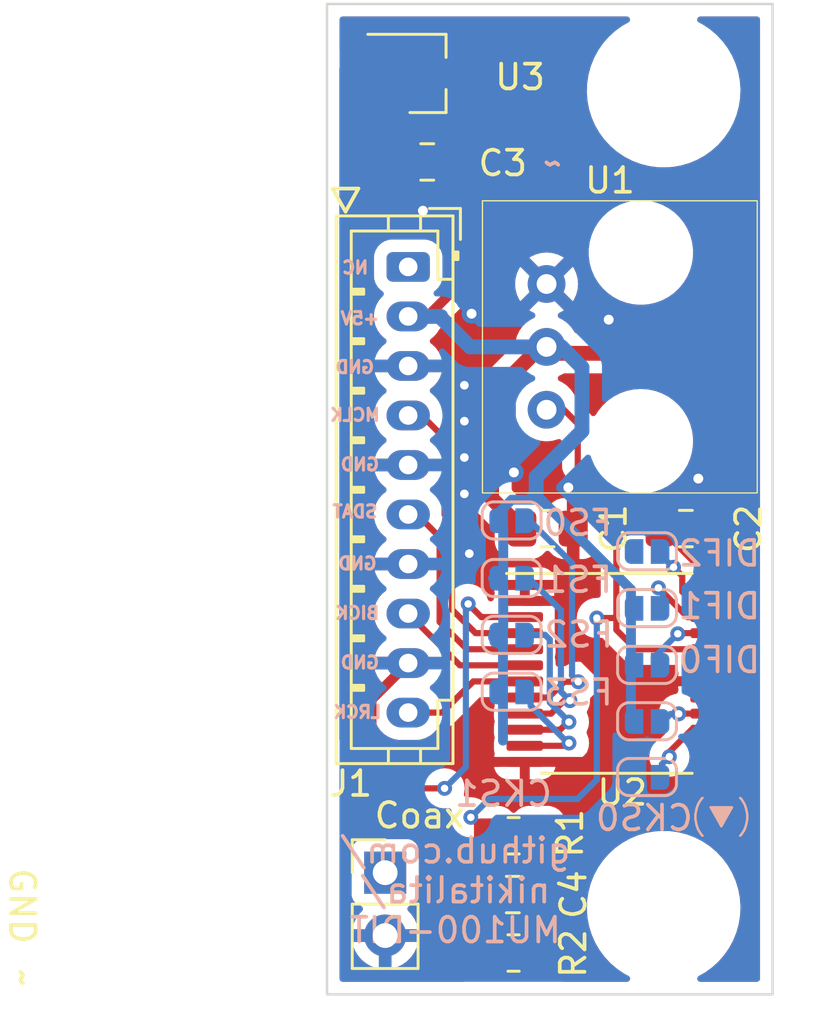
<source format=kicad_pcb>
(kicad_pcb (version 20211014) (generator pcbnew)
  (layers (0 "F.Cu" signal) (31 "B.Cu" signal) (34 "B.Paste" user) (35 "F.Paste" user) (36 "B.SilkS" user "B.Silkscreen") (37 "F.SilkS" user "F.Silkscreen") (38 "B.Mask" user) (39 "F.Mask" user) (44 "Edge.Cuts" user))
  (net 0 "")
  (net 1 "GND")
  (net 2 "+5V")
  (net 3 "/LRCK")
  (net 4 "/SDAT")
  (net 5 "/RESET")
  (net 6 "/MCLK")
  (net 7 "/FS0")
  (net 8 "/FS1")
  (net 9 "/FS2")
  (net 10 "/FS3")
  (net 11 "/TXP")
  (net 13 "/DIF0")
  (net 14 "/DIF1")
  (net 15 "/DIF2")
  (net 16 "/CKS0")
  (net 17 "/BICK")
  (net 20 "/CKS1")
  (net 23 "Net-(C4-Pad1)")
  (net 24 "Net-(C4-Pad2)")
  (footprint "Resistor_SMD:R_0805_2012Metric_Pad1.20x1.40mm_HandSolder" (layer "F.Cu") (at 85.2875 113.547)
    (fp_text reference "R1" (at 2.281428 -0.1 90) (layer "F.SilkS"))
    (fp_text value "330")
    (pad "1" smd roundrect (at -1 0) (size 1.2 1.4) (layers "F.Cu" "F.Paste" "F.Mask") (roundrect_rratio 0.2083333333) (net 11 "/TXP"))
    (pad "2" smd roundrect (at 1 0) (size 1.2 1.4) (layers "F.Cu" "F.Paste" "F.Mask") (roundrect_rratio 0.2083333333) (net 23 "Net-(C4-Pad1)"))
  )
  (footprint "Package_TO_SOT_SMD:SOT-23_Handsoldering" (layer "F.Cu") (at 81.8 82.75825)
    (fp_text reference "U3" (at 3.75 0.15 180) (layer "F.SilkS"))
    (fp_text value "APX809S-46SR-7")
    (pad "1" smd rect (at -1.5 -0.95) (size 1.9 0.8) (layers "F.Cu" "F.Paste" "F.Mask") (net 5 "/RESET"))
    (pad "2" smd rect (at -1.5 0.95) (size 1.9 0.8) (layers "F.Cu" "F.Paste" "F.Mask") (net 1 "GND"))
    (pad "3" smd rect (at 1.5 0) (size 1.9 0.8) (layers "F.Cu" "F.Paste" "F.Mask") (net 2 "+5V"))
  )
  (footprint "Connector_JST:JST_PH_B10B-PH-K_1x10_P2.00mm_Vertical" (layer "F.Cu") (at 81.03 90.572 -90)
    (fp_text reference "J1" (at 20.87 2.32 180) (layer "F.SilkS"))
    (fp_text value "Conn_01x10_Female")
    (pad "1" thru_hole roundrect (at 0 0 270) (size 1.2 1.75) (drill 0.75) (layers *.Cu *.Mask) (roundrect_rratio 0.2083333333))
    (pad "2" thru_hole oval (at 2 0 270) (size 1.2 1.75) (drill 0.75) (layers *.Cu *.Mask) (net 2 "+5V"))
    (pad "3" thru_hole oval (at 4 0 270) (size 1.2 1.75) (drill 0.75) (layers *.Cu *.Mask) (net 1 "GND"))
    (pad "4" thru_hole oval (at 6 0 270) (size 1.2 1.75) (drill 0.75) (layers *.Cu *.Mask) (net 6 "/MCLK"))
    (pad "5" thru_hole oval (at 8 0 270) (size 1.2 1.75) (drill 0.75) (layers *.Cu *.Mask) (net 1 "GND"))
    (pad "6" thru_hole oval (at 10 0 270) (size 1.2 1.75) (drill 0.75) (layers *.Cu *.Mask) (net 4 "/SDAT"))
    (pad "7" thru_hole oval (at 12 0 270) (size 1.2 1.75) (drill 0.75) (layers *.Cu *.Mask) (net 1 "GND"))
    (pad "8" thru_hole oval (at 14 0 270) (size 1.2 1.75) (drill 0.75) (layers *.Cu *.Mask) (net 17 "/BICK"))
    (pad "9" thru_hole oval (at 16 0 270) (size 1.2 1.75) (drill 0.75) (layers *.Cu *.Mask) (net 1 "GND"))
    (pad "10" thru_hole oval (at 18 0 270) (size 1.2 1.75) (drill 0.75) (layers *.Cu *.Mask) (net 3 "/LRCK"))
  )
  (footprint "Package_SO:TSSOP-24_6.1x7.8mm_P0.65mm" (layer "F.Cu") (at 89.452 106.988427)
    (fp_text reference "U2" (at 0.228 4.813573 180) (layer "F.SilkS"))
    (fp_text value "AK4103A")
    (pad "1" smd roundrect locked (at -3.7125 -3.575) (size 1.475 0.4) (layers "F.Cu" "F.Paste" "F.Mask") (net 1 "GND"))
    (pad "2" smd roundrect locked (at -3.7125 -2.925) (size 1.475 0.4) (layers "F.Cu" "F.Paste" "F.Mask") (net 1 "GND"))
    (pad "3" smd roundrect locked (at -3.7125 -2.275) (size 1.475 0.4) (layers "F.Cu" "F.Paste" "F.Mask") (net 5 "/RESET"))
    (pad "4" smd roundrect locked (at -3.7125 -1.625) (size 1.475 0.4) (layers "F.Cu" "F.Paste" "F.Mask") (net 6 "/MCLK"))
    (pad "5" smd roundrect locked (at -3.7125 -0.975) (size 1.475 0.4) (layers "F.Cu" "F.Paste" "F.Mask") (net 4 "/SDAT"))
    (pad "6" smd roundrect locked (at -3.7125 -0.325) (size 1.475 0.4) (layers "F.Cu" "F.Paste" "F.Mask") (net 17 "/BICK"))
    (pad "7" smd roundrect locked (at -3.7125 0.325) (size 1.475 0.4) (layers "F.Cu" "F.Paste" "F.Mask") (net 3 "/LRCK"))
    (pad "8" smd roundrect locked (at -3.7125 0.975) (size 1.475 0.4) (layers "F.Cu" "F.Paste" "F.Mask") (net 7 "/FS0"))
    (pad "9" smd roundrect locked (at -3.7125 1.625) (size 1.475 0.4) (layers "F.Cu" "F.Paste" "F.Mask") (net 8 "/FS1"))
    (pad "10" smd roundrect locked (at -3.7125 2.275) (size 1.475 0.4) (layers "F.Cu" "F.Paste" "F.Mask") (net 9 "/FS2"))
    (pad "11" smd roundrect locked (at -3.7125 2.925) (size 1.475 0.4) (layers "F.Cu" "F.Paste" "F.Mask") (net 10 "/FS3"))
    (pad "12" smd roundrect locked (at -3.7125 3.575) (size 1.475 0.4) (layers "F.Cu" "F.Paste" "F.Mask") (net 1 "GND"))
    (pad "13" smd roundrect locked (at 3.7125 3.575) (size 1.475 0.4) (layers "F.Cu" "F.Paste" "F.Mask"))
    (pad "14" smd roundrect locked (at 3.7125 2.925) (size 1.475 0.4) (layers "F.Cu" "F.Paste" "F.Mask"))
    (pad "15" smd roundrect locked (at 3.7125 2.275) (size 1.475 0.4) (layers "F.Cu" "F.Paste" "F.Mask") (net 16 "/CKS0"))
    (pad "16" smd roundrect locked (at 3.7125 1.625) (size 1.475 0.4) (layers "F.Cu" "F.Paste" "F.Mask") (net 20 "/CKS1"))
    (pad "17" smd roundrect locked (at 3.7125 0.975) (size 1.475 0.4) (layers "F.Cu" "F.Paste" "F.Mask") (net 2 "+5V"))
    (pad "18" smd roundrect locked (at 3.7125 0.325) (size 1.475 0.4) (layers "F.Cu" "F.Paste" "F.Mask") (net 1 "GND"))
    (pad "19" smd roundrect locked (at 3.7125 -0.325) (size 1.475 0.4) (layers "F.Cu" "F.Paste" "F.Mask"))
    (pad "20" smd roundrect locked (at 3.7125 -0.975) (size 1.475 0.4) (layers "F.Cu" "F.Paste" "F.Mask") (net 11 "/TXP"))
    (pad "21" smd roundrect locked (at 3.7125 -1.625) (size 1.475 0.4) (layers "F.Cu" "F.Paste" "F.Mask") (net 13 "/DIF0"))
    (pad "22" smd roundrect locked (at 3.7125 -2.275) (size 1.475 0.4) (layers "F.Cu" "F.Paste" "F.Mask") (net 14 "/DIF1"))
    (pad "23" smd roundrect locked (at 3.7125 -2.925) (size 1.475 0.4) (layers "F.Cu" "F.Paste" "F.Mask") (net 15 "/DIF2"))
    (pad "24" smd roundrect locked (at 3.7125 -3.575) (size 1.475 0.4) (layers "F.Cu" "F.Paste" "F.Mask"))
  )
  (footprint "MountingHole:MountingHole_3.2mm_M3_ISO7380" (layer "F.Cu") (at 91.35 83.452)
    (fp_text reference "H1" hide)
    (fp_text value "MountingHole_Pad")
    (pad "" np_thru_hole circle (at 0 0) (size 3.2 3.2) (drill 3.2) (layers *.Cu *.Mask))
  )
  (footprint "Capacitor_SMD:C_0805_2012Metric_Pad1.18x1.45mm_HandSolder" (layer "F.Cu") (at 85.2575 115.922 180)
    (fp_text reference "C4" (at -2.448572 0 90) (layer "F.SilkS"))
    (fp_text value "0.1uF")
    (pad "1" smd roundrect (at -1.0375 0 180) (size 1.175 1.45) (layers "F.Cu" "F.Paste" "F.Mask") (roundrect_rratio 0.2127659574) (net 23 "Net-(C4-Pad1)"))
    (pad "2" smd roundrect (at 1.0375 0 180) (size 1.175 1.45) (layers "F.Cu" "F.Paste" "F.Mask") (roundrect_rratio 0.2127659574) (net 24 "Net-(C4-Pad2)"))
  )
  (footprint "footprints:Toshiba_TOTX177" (layer "F.Cu") (at 88.99 89.982 -90)
    (fp_text reference "U1" (at -2.9 -0.19 180) (layer "F.SilkS"))
    (fp_text value "TOTX-177L")
    (pad "" np_thru_hole circle (at 0.01 -1.44 270) (size 3.2 3.2) (drill 3.2) (layers *.Cu *.Mask))
    (pad "" np_thru_hole circle (at 7.63 -1.44 270) (size 3.2 3.2) (drill 3.2) (layers *.Cu *.Mask))
    (pad "1" thru_hole circle (at 1.28 2.37 270) (size 1.524 1.524) (drill 0.8) (layers *.Cu *.Mask) (net 1 "GND"))
    (pad "2" thru_hole circle (at 3.82 2.37 270) (size 1.524 1.524) (drill 0.8) (layers *.Cu *.Mask) (net 2 "+5V"))
    (pad "3" thru_hole circle (at 6.36 2.37 270) (size 1.524 1.524) (drill 0.8) (layers *.Cu *.Mask) (net 11 "/TXP"))
  )
  (footprint "Capacitor_SMD:C_0805_2012Metric_Pad1.18x1.45mm_HandSolder" (layer "F.Cu") (at 92.246 101.14)
    (fp_text reference "C2" (at 2.534 0.012 90) (layer "F.SilkS"))
    (fp_text value "0.1uF")
    (pad "1" smd roundrect (at -1.0375 0) (size 1.175 1.45) (layers "F.Cu" "F.Paste" "F.Mask") (roundrect_rratio 0.2127659574) (net 1 "GND"))
    (pad "2" smd roundrect (at 1.0375 0) (size 1.175 1.45) (layers "F.Cu" "F.Paste" "F.Mask") (roundrect_rratio 0.2127659574) (net 2 "+5V"))
  )
  (footprint "Capacitor_SMD:C_0805_2012Metric_Pad1.18x1.45mm_HandSolder" (layer "F.Cu") (at 81.8 86.33325)
    (fp_text reference "C3" (at 3.05 0.05) (layer "F.SilkS"))
    (fp_text value "0.1uF")
    (pad "1" smd roundrect (at -1.0375 0) (size 1.175 1.45) (layers "F.Cu" "F.Paste" "F.Mask") (roundrect_rratio 0.2127659574) (net 1 "GND"))
    (pad "2" smd roundrect (at 1.0375 0) (size 1.175 1.45) (layers "F.Cu" "F.Paste" "F.Mask") (roundrect_rratio 0.2127659574) (net 2 "+5V"))
  )
  (footprint "Capacitor_SMD:C_0805_2012Metric_Pad1.18x1.45mm_HandSolder" (layer "F.Cu") (at 86.658 101.14 180)
    (fp_text reference "C1" (at -2.672 0 270) (layer "F.SilkS"))
    (fp_text value "0.1uF")
    (pad "1" smd roundrect (at -1.0375 0 180) (size 1.175 1.45) (layers "F.Cu" "F.Paste" "F.Mask") (roundrect_rratio 0.2127659574) (net 1 "GND"))
    (pad "2" smd roundrect (at 1.0375 0 180) (size 1.175 1.45) (layers "F.Cu" "F.Paste" "F.Mask") (roundrect_rratio 0.2127659574) (net 2 "+5V"))
  )
  (footprint "MountingHole:MountingHole_3.2mm_M3_ISO7380" (layer "F.Cu") (at 91.35 116.452)
    (fp_text reference "H2" hide)
    (fp_text value "MountingHole_Pad")
    (pad "" np_thru_hole circle (at 0 0) (size 3.2 3.2) (drill 3.2) (layers *.Cu *.Mask))
  )
  (footprint "Resistor_SMD:R_0805_2012Metric_Pad1.20x1.40mm_HandSolder" (layer "F.Cu") (at 85.2875 118.282)
    (fp_text reference "R2" (at 2.411428 0.02 90) (layer "F.SilkS"))
    (fp_text value "100")
    (pad "1" smd roundrect (at -1 0) (size 1.2 1.4) (layers "F.Cu" "F.Paste" "F.Mask") (roundrect_rratio 0.2083333333) (net 1 "GND"))
    (pad "2" smd roundrect (at 1 0) (size 1.2 1.4) (layers "F.Cu" "F.Paste" "F.Mask") (roundrect_rratio 0.2083333333) (net 23 "Net-(C4-Pad1)"))
  )
  (footprint "Connector_PinHeader_2.54mm:PinHeader_1x02_P2.54mm_Vertical" (layer "F.Cu") (at 80.1 115.037)
    (fp_text reference "J2" hide)
    (fp_text value "Conn_01x02_Male")
    (pad "1" thru_hole rect (at 0 0) (size 1.7 1.7) (drill 1) (layers *.Cu *.Mask) (net 24 "Net-(C4-Pad2)"))
    (pad "2" thru_hole oval (at 0 2.54) (size 1.7 1.7) (drill 1) (layers *.Cu *.Mask) (net 1 "GND"))
  )
  (footprint "footprints:SolderJumper-Open_RoundedPad-custom" (layer "B.Cu") (at 85.21 105.432)
    (fp_text reference "JP3" hide)
    (fp_text value "Jumper_NO_Small")
    (pad "1" smd custom (at -0.65 0.01) (size 0.5 0.5) (layers "B.Cu" "B.Mask") (net 2 "+5V") (options (clearance outline) (anchor rect)) (primitives (gr_circle (center 0 -0.25) (end 0.25 -0.25) (width 0) (fill yes)) (gr_circle (center 0 0.25) (end 0.25 0.25) (width 0) (fill yes)) (gr_poly (pts (xy 0.5 0.5) (xy 0 0.5) (xy 0 -0.5) (xy 0.5 -0.5)) (width 0) (fill yes))))
    (pad "2" smd custom (at 0.65 0.01 180) (size 0.5 0.5) (layers "B.Cu" "B.Mask") (net 9 "/FS2") (options (clearance outline) (anchor rect)) (primitives (gr_circle (center 0 -0.25) (end 0.25 -0.25) (width 0) (fill yes)) (gr_circle (center 0 0.25) (end 0.25 0.25) (width 0) (fill yes)) (gr_poly (pts (xy 0.5 0.5) (xy 0 0.5) (xy 0 -0.5) (xy 0.5 -0.5)) (width 0) (fill yes))))
  )
  (footprint "footprints:SolderJumper-Open_RoundedPad-custom" (layer "B.Cu") (at 90.68 108.922)
    (fp_text reference "JP9" hide)
    (fp_text value "Jumper_NO_Small")
    (pad "1" smd custom (at -0.65 0.01) (size 0.5 0.5) (layers "B.Cu" "B.Mask") (net 2 "+5V") (options (clearance outline) (anchor rect)) (primitives (gr_circle (center 0 -0.25) (end 0.25 -0.25) (width 0) (fill yes)) (gr_circle (center 0 0.25) (end 0.25 0.25) (width 0) (fill yes)) (gr_poly (pts (xy 0.5 0.5) (xy 0 0.5) (xy 0 -0.5) (xy 0.5 -0.5)) (width 0) (fill yes))))
    (pad "2" smd custom (at 0.65 0.01 180) (size 0.5 0.5) (layers "B.Cu" "B.Mask") (net 20 "/CKS1") (options (clearance outline) (anchor rect)) (primitives (gr_circle (center 0 -0.25) (end 0.25 -0.25) (width 0) (fill yes)) (gr_circle (center 0 0.25) (end 0.25 0.25) (width 0) (fill yes)) (gr_poly (pts (xy 0.5 0.5) (xy 0 0.5) (xy 0 -0.5) (xy 0.5 -0.5)) (width 0) (fill yes))))
  )
  (footprint "footprints:SolderJumper-Open_RoundedPad-custom" (layer "B.Cu") (at 85.21 103.137)
    (fp_text reference "JP2" hide)
    (fp_text value "Jumper_NO_Small")
    (pad "1" smd custom (at -0.65 0.01) (size 0.5 0.5) (layers "B.Cu" "B.Mask") (net 2 "+5V") (options (clearance outline) (anchor rect)) (primitives (gr_circle (center 0 -0.25) (end 0.25 -0.25) (width 0) (fill yes)) (gr_circle (center 0 0.25) (end 0.25 0.25) (width 0) (fill yes)) (gr_poly (pts (xy 0.5 0.5) (xy 0 0.5) (xy 0 -0.5) (xy 0.5 -0.5)) (width 0) (fill yes))))
    (pad "2" smd custom (at 0.65 0.01 180) (size 0.5 0.5) (layers "B.Cu" "B.Mask") (net 8 "/FS1") (options (clearance outline) (anchor rect)) (primitives (gr_circle (center 0 -0.25) (end 0.25 -0.25) (width 0) (fill yes)) (gr_circle (center 0 0.25) (end 0.25 0.25) (width 0) (fill yes)) (gr_poly (pts (xy 0.5 0.5) (xy 0 0.5) (xy 0 -0.5) (xy 0.5 -0.5)) (width 0) (fill yes))))
  )
  (footprint "footprints:SolderJumper-Open_RoundedPad-custom" (layer "B.Cu") (at 90.68 102.057)
    (fp_text reference "JP7" hide)
    (fp_text value "Jumper_NO_Small")
    (pad "1" smd custom (at -0.65 0.01) (size 0.5 0.5) (layers "B.Cu" "B.Mask") (net 2 "+5V") (options (clearance outline) (anchor rect)) (primitives (gr_circle (center 0 -0.25) (end 0.25 -0.25) (width 0) (fill yes)) (gr_circle (center 0 0.25) (end 0.25 0.25) (width 0) (fill yes)) (gr_poly (pts (xy 0.5 0.5) (xy 0 0.5) (xy 0 -0.5) (xy 0.5 -0.5)) (width 0) (fill yes))))
    (pad "2" smd custom (at 0.65 0.01 180) (size 0.5 0.5) (layers "B.Cu" "B.Mask") (net 15 "/DIF2") (options (clearance outline) (anchor rect)) (primitives (gr_circle (center 0 -0.25) (end 0.25 -0.25) (width 0) (fill yes)) (gr_circle (center 0 0.25) (end 0.25 0.25) (width 0) (fill yes)) (gr_poly (pts (xy 0.5 0.5) (xy 0 0.5) (xy 0 -0.5) (xy 0.5 -0.5)) (width 0) (fill yes))))
  )
  (footprint "footprints:SolderJumper-Open_RoundedPad-custom" (layer "B.Cu") (at 85.21 100.812)
    (fp_text reference "JP1" hide)
    (fp_text value "Jumper_NO_Small")
    (pad "1" smd custom (at -0.65 0.01) (size 0.5 0.5) (layers "B.Cu" "B.Mask") (net 2 "+5V") (options (clearance outline) (anchor rect)) (primitives (gr_circle (center 0 -0.25) (end 0.25 -0.25) (width 0) (fill yes)) (gr_circle (center 0 0.25) (end 0.25 0.25) (width 0) (fill yes)) (gr_poly (pts (xy 0.5 0.5) (xy 0 0.5) (xy 0 -0.5) (xy 0.5 -0.5)) (width 0) (fill yes))))
    (pad "2" smd custom (at 0.65 0.01 180) (size 0.5 0.5) (layers "B.Cu" "B.Mask") (net 7 "/FS0") (options (clearance outline) (anchor rect)) (primitives (gr_circle (center 0 -0.25) (end 0.25 -0.25) (width 0) (fill yes)) (gr_circle (center 0 0.25) (end 0.25 0.25) (width 0) (fill yes)) (gr_poly (pts (xy 0.5 0.5) (xy 0 0.5) (xy 0 -0.5) (xy 0.5 -0.5)) (width 0) (fill yes))))
  )
  (footprint "footprints:SolderJumper-Open_RoundedPad-custom" (layer "B.Cu") (at 90.68 104.352)
    (fp_text reference "JP6" hide)
    (fp_text value "Jumper_NO_Small")
    (pad "1" smd custom (at -0.65 0.01) (size 0.5 0.5) (layers "B.Cu" "B.Mask") (net 2 "+5V") (options (clearance outline) (anchor rect)) (primitives (gr_circle (center 0 -0.25) (end 0.25 -0.25) (width 0) (fill yes)) (gr_circle (center 0 0.25) (end 0.25 0.25) (width 0) (fill yes)) (gr_poly (pts (xy 0.5 0.5) (xy 0 0.5) (xy 0 -0.5) (xy 0.5 -0.5)) (width 0) (fill yes))))
    (pad "2" smd custom (at 0.65 0.01 180) (size 0.5 0.5) (layers "B.Cu" "B.Mask") (net 14 "/DIF1") (options (clearance outline) (anchor rect)) (primitives (gr_circle (center 0 -0.25) (end 0.25 -0.25) (width 0) (fill yes)) (gr_circle (center 0 0.25) (end 0.25 0.25) (width 0) (fill yes)) (gr_poly (pts (xy 0.5 0.5) (xy 0 0.5) (xy 0 -0.5) (xy 0.5 -0.5)) (width 0) (fill yes))))
  )
  (footprint "footprints:SolderJumper-Open_RoundedPad-custom" (layer "B.Cu") (at 90.68 111.1744)
    (fp_text reference "JP8" hide)
    (fp_text value "Jumper_NO_Small")
    (pad "1" smd custom (at -0.65 0.01) (size 0.5 0.5) (layers "B.Cu" "B.Mask") (net 1 "GND") (options (clearance outline) (anchor rect)) (primitives (gr_circle (center 0 -0.25) (end 0.25 -0.25) (width 0) (fill yes)) (gr_circle (center 0 0.25) (end 0.25 0.25) (width 0) (fill yes)) (gr_poly (pts (xy 0.5 0.5) (xy 0 0.5) (xy 0 -0.5) (xy 0.5 -0.5)) (width 0) (fill yes))))
    (pad "2" smd custom (at 0.65 0.01 180) (size 0.5 0.5) (layers "B.Cu" "B.Mask") (net 16 "/CKS0") (options (clearance outline) (anchor rect)) (primitives (gr_circle (center 0 -0.25) (end 0.25 -0.25) (width 0) (fill yes)) (gr_circle (center 0 0.25) (end 0.25 0.25) (width 0) (fill yes)) (gr_poly (pts (xy 0.5 0.5) (xy 0 0.5) (xy 0 -0.5) (xy 0.5 -0.5)) (width 0) (fill yes))))
  )
  (footprint "footprints:SolderJumper-Open_RoundedPad-custom" (layer "B.Cu") (at 90.68 106.647)
    (fp_text reference "JP5" hide)
    (fp_text value "Jumper_NO_Small")
    (pad "1" smd custom (at -0.65 0.01) (size 0.5 0.5) (layers "B.Cu" "B.Mask") (net 2 "+5V") (options (clearance outline) (anchor rect)) (primitives (gr_circle (center 0 -0.25) (end 0.25 -0.25) (width 0) (fill yes)) (gr_circle (center 0 0.25) (end 0.25 0.25) (width 0) (fill yes)) (gr_poly (pts (xy 0.5 0.5) (xy 0 0.5) (xy 0 -0.5) (xy 0.5 -0.5)) (width 0) (fill yes))))
    (pad "2" smd custom (at 0.65 0.01 180) (size 0.5 0.5) (layers "B.Cu" "B.Mask") (net 13 "/DIF0") (options (clearance outline) (anchor rect)) (primitives (gr_circle (center 0 -0.25) (end 0.25 -0.25) (width 0) (fill yes)) (gr_circle (center 0 0.25) (end 0.25 0.25) (width 0) (fill yes)) (gr_poly (pts (xy 0.5 0.5) (xy 0 0.5) (xy 0 -0.5) (xy 0.5 -0.5)) (width 0) (fill yes))))
  )
  (footprint "footprints:SolderJumper-Open_RoundedPad-custom" (layer "B.Cu") (at 85.21 107.727)
    (fp_text reference "JP4" hide)
    (fp_text value "Jumper_NO_Small")
    (pad "1" smd custom (at -0.65 0.01) (size 0.5 0.5) (layers "B.Cu" "B.Mask") (net 2 "+5V") (options (clearance outline) (anchor rect)) (primitives (gr_circle (center 0 -0.25) (end 0.25 -0.25) (width 0) (fill yes)) (gr_circle (center 0 0.25) (end 0.25 0.25) (width 0) (fill yes)) (gr_poly (pts (xy 0.5 0.5) (xy 0 0.5) (xy 0 -0.5) (xy 0.5 -0.5)) (width 0) (fill yes))))
    (pad "2" smd custom (at 0.65 0.01 180) (size 0.5 0.5) (layers "B.Cu" "B.Mask") (net 10 "/FS3") (options (clearance outline) (anchor rect)) (primitives (gr_circle (center 0 -0.25) (end 0.25 -0.25) (width 0) (fill yes)) (gr_circle (center 0 0.25) (end 0.25 0.25) (width 0) (fill yes)) (gr_poly (pts (xy 0.5 0.5) (xy 0 0.5) (xy 0 -0.5) (xy 0.5 -0.5)) (width 0) (fill yes))))
  )
  (gr_line (start 79.02 87.407) (end 78.5 88.337) (layer "F.SilkS") (width 0.15))
  (gr_line (start 79.02 87.407) (end 77.98 87.407) (layer "F.SilkS") (width 0.15))
  (gr_line (start 77.98 87.412) (end 78.5 88.342) (layer "F.SilkS") (width 0.15))
  (gr_rect (start 77.75 79.952) (end 95.75 119.952) (layer "Edge.Cuts") (width 0.1) (fill none))
  (gr_text "GND" (at 78.88 94.622) (layer "B.SilkS") (effects (font (size 0.5 0.5)) (justify mirror)))
  (gr_text "GND" (at 79.08 106.552) (layer "B.SilkS") (effects (font (size 0.5 0.5)) (justify mirror)))
  (gr_text "LRCK" (at 78.98 108.552) (layer "B.SilkS") (effects (font (size 0.5 0.5)) (justify mirror)))
  (gr_text "CKS0" (at 90.57 112.832) (layer "B.SilkS") (effects (font (size 1 1)) (justify mirror)))
  (gr_text "(▼)" (at 93.68 112.7044) (layer "B.SilkS") (effects (font (size 1 1) (thickness 0.1)) (justify mirror)))
  (gr_text "DIF0" (at 93.599524 106.452) (layer "B.SilkS") (effects (font (size 1 1)) (justify mirror)))
  (gr_text "DIF2" (at 93.599524 102.147) (layer "B.SilkS") (effects (font (size 1 1)) (justify mirror)))
  (gr_text "~" (at 86.83 86.372) (layer "B.SilkS") (effects (font (size 1 1)) (justify mirror)))
  (gr_text "MCLK" (at 78.88 96.552) (layer "B.SilkS") (effects (font (size 0.5 0.5)) (justify mirror)))
  (gr_text "BICK" (at 78.98 104.552) (layer "B.SilkS") (effects (font (size 0.5 0.5)) (justify mirror)))
  (gr_text "GND" (at 78.98 102.552) (layer "B.SilkS") (effects (font (size 0.5 0.5)) (justify mirror)))
  (gr_text "FS2" (at 87.92 105.422) (layer "B.SilkS") (effects (font (size 1 1)) (justify mirror)))
  (gr_text "GND" (at 79.08 98.552) (layer "B.SilkS") (effects (font (size 0.5 0.5)) (justify mirror)))
  (gr_text "github.com/\nnikitalita/\nMU100-DIT" (at 82.93 115.752) (layer "B.SilkS") (effects (font (size 1 1)) (justify mirror)))
  (gr_text "FS0" (at 87.88 100.912) (layer "B.SilkS") (effects (font (size 1 1)) (justify mirror)))
  (gr_text "SDAT" (at 78.88 100.452) (layer "B.SilkS") (effects (font (size 0.5 0.5)) (justify mirror)))
  (gr_text "+5V" (at 79.08 92.652) (layer "B.SilkS") (effects (font (size 0.5 0.5)) (justify mirror)))
  (gr_text "NC" (at 78.89 90.6) (layer "B.SilkS") (effects (font (size 0.5 0.5) (thickness 0.125)) (justify mirror)))
  (gr_text "DIF1" (at 93.599524 104.277) (layer "B.SilkS") (effects (font (size 1 1)) (justify mirror)))
  (gr_text "FS3" (at 87.91 107.762) (layer "B.SilkS") (effects (font (size 1 1)) (justify mirror)))
  (gr_text "CKS1" (at 84.88 111.852) (layer "B.SilkS") (effects (font (size 1 1)) (justify mirror)))
  (gr_text "FS1" (at 87.88 103.212) (layer "B.SilkS") (effects (font (size 1 1)) (justify mirror)))
  (gr_text " ~" (at 65.388928 119.637 90) (layer "F.SilkS") (effects (font (size 1 1))))
  (gr_text "Coax\n" (at 81.488928 112.727) (layer "F.SilkS") (effects (font (size 1 1))))
  (gr_text "GND" (at 65.438928 116.387 270) (layer "F.SilkS") (effects (font (size 1 1))))
  (segment (start 83.3126 100.10861) (end 83.3126 99.7132) (width 0.6) (layer "F.Cu") (net 1))
  (segment (start 82.55 94.572) (end 83.3 95.322) (width 0.6) (layer "F.Cu") (net 1))
  (segment (start 87.15 104.222) (end 87.15 105.3895) (width 0.4) (layer "F.Cu") (net 1))
  (segment (start 83.3 95.352) (end 83.3 99.7386) (width 0.6) (layer "F.Cu") (net 1))
  (segment (start 88.91 107.1495) (end 88.91 108.052) (width 0.4) (layer "F.Cu") (net 1))
  (segment (start 94.32548 107.09652) (end 94.32548 103.00248) (width 0.4) (layer "F.Cu") (net 1))
  (segment (start 86.991427 104.063427) (end 87.13 104.202) (width 0.4) (layer "F.Cu") (net 1))
  (segment (start 93.1645 107.313427) (end 94.108573 107.313427) (width 0.4) (layer "F.Cu") (net 1))
  (segment (start 88.118573 110.563427) (end 85.7395 110.563427) (width 0.4) (layer "F.Cu") (net 1))
  (segment (start 85.7395 103.413427) (end 87.13 103.413427) (width 0.4) (layer "F.Cu") (net 1))
  (segment (start 89.94 108.78) (end 89.94 108.162) (width 0.4) (layer "F.Cu") (net 1))
  (segment (start 83.49902 102.152) (end 83.49902 102.43962) (width 0.6) (layer "F.Cu") (net 1))
  (segment (start 90.798573 107.303427) (end 92.6755 107.303427) (width 0.4) (layer "F.Cu") (net 1))
  (segment (start 83.49902 102.152) (end 83.49902 100.29503) (width 0.6) (layer "F.Cu") (net 1))
  (segment (start 88.156573 110.563427) (end 89.94 108.78) (width 0.4) (layer "F.Cu") (net 1))
  (segment (start 84.316427 110.563427) (end 83.655 109.902) (width 0.4) (layer "F.Cu") (net 1))
  (segment (start 81.03 94.572) (end 82.55 94.572) (width 0.4) (layer "F.Cu") (net 1))
  (segment (start 84.472827 103.413427) (end 85.7395 103.413427) (width 0.4) (layer "F.Cu") (net 1))
  (segment (start 94.32548 103.00248) (end 93.775 102.452) (width 0.4) (layer "F.Cu") (net 1))
  (segment (start 94.108573 107.313427) (end 94.32548 107.09652) (width 0.4) (layer "F.Cu") (net 1))
  (segment (start 85.7395 104.063427) (end 86.991427 104.063427) (width 0.4) (layer "F.Cu") (net 1))
  (segment (start 92.64 102.452) (end 91.328 101.14) (width 0.4) (layer "F.Cu") (net 1))
  (segment (start 80.16 109.902) (end 79.55 109.292) (width 0.4) (layer "F.Cu") (net 1))
  (segment (start 83.655 109.902) (end 80.16 109.902) (width 0.4) (layer "F.Cu") (net 1))
  (segment (start 83.49902 102.43962) (end 84.1 103.0406) (width 0.6) (layer "F.Cu") (net 1))
  (segment (start 79.55 108.052) (end 81.03 106.572) (width 0.4) (layer "F.Cu") (net 1))
  (segment (start 87.15 105.3895) (end 88.91 107.1495) (width 0.4) (layer "F.Cu") (net 1))
  (segment (start 91.328 101.14) (end 91.2085 101.14) (width 0.4) (layer "F.Cu") (net 1))
  (segment (start 85.7395 110.563427) (end 84.316427 110.563427) (width 0.4) (layer "F.Cu") (net 1))
  (segment (start 83.49902 100.29503) (end 83.3126 100.10861) (width 0.6) (layer "F.Cu") (net 1))
  (segment (start 93.775 102.452) (end 92.64 102.452) (width 0.4) (layer "F.Cu") (net 1))
  (segment (start 83.3 95.322) (end 83.3 95.352) (width 0.6) (layer "F.Cu") (net 1))
  (segment (start 87.13 103.413427) (end 87.13 104.202) (width 0.4) (layer "F.Cu") (net 1))
  (segment (start 89.94 108.162) (end 90.798573 107.303427) (width 0.4) (layer "F.Cu") (net 1))
  (segment (start 79.55 109.292) (end 79.55 108.052) (width 0.4) (layer "F.Cu") (net 1))
  (segment (start 87.13 104.202) (end 87.15 104.222) (width 0.4) (layer "F.Cu") (net 1))
  (segment (start 84.1 103.0406) (end 84.472827 103.413427) (width 0.4) (layer "F.Cu") (net 1))
  (via (at 81.625 88.302) (size 0.8) (drill 0.4) (layers "F.Cu" "B.Cu") (net 1))
  (via (at 87.5 99.482) (size 0.8) (drill 0.4) (layers "F.Cu" "B.Cu") (net 1))
  (via (at 83.3 96.8026) (size 0.75) (drill 0.35) (layers "F.Cu" "B.Cu") (net 1))
  (via (at 83.49902 102.152) (size 0.75) (drill 0.35) (layers "F.Cu" "B.Cu") (net 1))
  (via (at 92.75 99.122) (size 0.8) (drill 0.4) (layers "F.Cu" "B.Cu") (net 1))
  (via (at 83.3 99.7386) (size 0.75) (drill 0.35) (layers "F.Cu" "B.Cu") (net 1))
  (via (at 83.59 92.462) (size 0.8) (drill 0.4) (layers "F.Cu" "B.Cu") (net 1))
  (via (at 83.3 95.352) (size 0.75) (drill 0.35) (layers "F.Cu" "B.Cu") (net 1))
  (via (at 83.3 98.2706) (size 0.75) (drill 0.35) (layers "F.Cu" "B.Cu") (net 1))
  (via (at 85.3 98.872) (size 0.8) (drill 0.4) (layers "F.Cu" "B.Cu") (net 1))
  (via (at 89.13 92.702) (size 0.8) (drill 0.4) (layers "F.Cu" "B.Cu") (net 1))
  (segment (start 86.79 91.262) (end 86.62 91.262) (width 0.25) (layer "B.Cu") (net 1))
  (segment (start 94.42 107.952) (end 94.92 108.452) (width 0.4) (layer "F.Cu") (net 2))
  (segment (start 94.09 95.462) (end 92.69 94.062) (width 0.6) (layer "F.Cu") (net 2))
  (segment (start 83.125 91.252) (end 81.805 92.572) (width 0.4) (layer "F.Cu") (net 2))
  (segment (start 86.37 93.802) (end 85.075 95.097) (width 0.6) (layer "F.Cu") (net 2))
  (segment (start 94.93 107.582) (end 94.94 107.572) (width 0.4) (layer "F.Cu") (net 2))
  (segment (start 94.09 100.312) (end 94.09 95.462) (width 0.6) (layer "F.Cu") (net 2))
  (segment (start 83.025 83.03325) (end 83.025 86.02075) (width 0.4) (layer "F.Cu") (net 2))
  (segment (start 83.025 86.02075) (end 82.8375 86.20825) (width 0.4) (layer "F.Cu") (net 2))
  (segment (start 93.758 101.14) (end 93.0295 101.14) (width 0.5) (layer "F.Cu") (net 2))
  (segment (start 94.068573 107.963427) (end 94.318573 107.963427) (width 0.4) (layer "F.Cu") (net 2))
  (segment (start 84.400489 99.919989) (end 85.6205 101.14) (width 0.6) (layer "F.Cu") (net 2))
  (segment (start 94.99 107.562) (end 94.99 102.372) (width 0.5) (layer "F.Cu") (net 2))
  (segment (start 85.075 97.824898) (end 84.400489 98.499409) (width 0.6) (layer "F.Cu") (net 2))
  (segment (start 94.93 108.522) (end 94.93 107.582) (width 0.4) (layer "F.Cu") (net 2))
  (segment (start 86.371 93.802) (end 86.37 93.802) (width 0.6) (layer "F.Cu") (net 2))
  (segment (start 83.3 82.75825) (end 83.025 83.03325) (width 0.4) (layer "F.Cu") (net 2))
  (segment (start 82.8375 86.33325) (end 83.125 86.62075) (width 0.4) (layer "F.Cu") (net 2))
  (segment (start 94.99 102.372) (end 93.758 101.14) (width 0.5) (layer "F.Cu") (net 2))
  (segment (start 84.400489 98.499409) (end 84.400489 99.919989) (width 0.6) (layer "F.Cu") (net 2))
  (segment (start 93.516 100.886) (end 94.09 100.312) (width 0.6) (layer "F.Cu") (net 2))
  (segment (start 83.125 86.62075) (end 83.125 91.252) (width 0.4) (layer "F.Cu") (net 2))
  (segment (start 85.075 95.097) (end 85.075 97.824898) (width 0.6) (layer "F.Cu") (net 2))
  (segment (start 94.54 108.012) (end 94.99 107.562) (width 0.5) (layer "F.Cu") (net 2))
  (segment (start 94.318573 107.963427) (end 93.1645 107.963427) (width 0.4) (layer "F.Cu") (net 2))
  (segment (start 92.69 94.062) (end 86.88 94.062) (width 0.6) (layer "F.Cu") (net 2))
  (segment (start 81.805 92.572) (end 81.03 92.572) (width 0.4) (layer "F.Cu") (net 2))
  (segment (start 86.88 94.062) (end 86.62 93.802) (width 0.6) (layer "F.Cu") (net 2))
  (segment (start 86.199511 99.052489) (end 86.199511 99.777489) (width 0.6) (layer "B.Cu") (net 2))
  (segment (start 90.03 106.657) (end 90.03 108.932) (width 0.4) (layer "B.Cu") (net 2))
  (segment (start 81.03 92.572) (end 82.35 92.572) (width 0.6) (layer "B.Cu") (net 2))
  (segment (start 84.86 109.7045) (end 84.86 105.842) (width 0.4) (layer "B.Cu") (net 2))
  (segment (start 88.05 94.627) (end 88.05 97.202) (width 0.6) (layer "B.Cu") (net 2))
  (segment (start 84.87 101.132) (end 84.56 100.822) (width 0.4) (layer "B.Cu") (net 2))
  (segment (start 86.40048 99.97248) (end 90.03 103.602) (width 0.4) (layer "B.Cu") (net 2))
  (segment (start 83.53 93.802) (end 86.62 93.802) (width 0.6) (layer "B.Cu") (net 2))
  (segment (start 87.225 93.802) (end 88.05 94.627) (width 0.6) (layer "B.Cu") (net 2))
  (segment (start 84.87 105.132) (end 84.87 103.457) (width 0.4) (layer "B.Cu") (net 2))
  (segment (start 90.03 103.602) (end 90.03 106.657) (width 0.4) (layer "B.Cu") (net 2))
  (segment (start 84.56 100.822) (end 84.56 100.627704) (width 0.4) (layer "B.Cu") (net 2))
  (segment (start 84.46 103.147) (end 84.77 102.837) (width 0.4) (layer "B.Cu") (net 2))
  (segment (start 84.46 105.442) (end 84.77 105.132) (width 0.4) (layer "B.Cu") (net 2))
  (segment (start 86.199511 99.777489) (end 86.1 99.877) (width 0.6) (layer "B.Cu") (net 2))
  (segment (start 85.215224 99.97248) (end 86.40048 99.97248) (width 0.4) (layer "B.Cu") (net 2))
  (segment (start 84.87 102.837) (end 84.87 101.132) (width 0.4) (layer "B.Cu") (net 2))
  (segment (start 84.56 100.627704) (end 85.215224 99.97248) (width 0.4) (layer "B.Cu") (net 2))
  (segment (start 84.77 103.457) (end 84.46 103.147) (width 0.4) (layer "B.Cu") (net 2))
  (segment (start 88.05 97.202) (end 86.199511 99.052489) (width 0.6) (layer "B.Cu") (net 2))
  (segment (start 82.3 92.572) (end 83.53 93.802) (width 0.6) (layer "B.Cu") (net 2))
  (segment (start 86.62 93.802) (end 87.225 93.802) (width 0.6) (layer "B.Cu") (net 2))
  (segment (start 84.76 105.842) (end 84.46 105.542) (width 0.4) (layer "B.Cu") (net 2))
  (segment (start 83.660357 107.313427) (end 82.401784 108.572) (width 0.25) (layer "F.Cu") (net 3))
  (segment (start 85.7395 107.313427) (end 83.660357 107.313427) (width 0.25) (layer "F.Cu") (net 3))
  (segment (start 82.401784 108.572) (end 81.03 108.572) (width 0.25) (layer "F.Cu") (net 3))
  (segment (start 82.3 104.91) (end 83.403427 106.013427) (width 0.25) (layer "F.Cu") (net 4))
  (segment (start 81.39 100.572) (end 82.3 101.482) (width 0.25) (layer "F.Cu") (net 4))
  (segment (start 83.403427 106.013427) (end 85.7395 106.013427) (width 0.25) (layer "F.Cu") (net 4))
  (segment (start 82.3 101.482) (end 82.3 104.91) (width 0.25) (layer "F.Cu") (net 4))
  (segment (start 81.03 100.572) (end 81.39 100.572) (width 0.25) (layer "F.Cu") (net 4))
  (segment (start 83.453599 104.182421) (end 83.984605 104.713427) (width 0.25) (layer "F.Cu") (net 5))
  (segment (start 78.37452 82.58748) (end 78.39 82.572) (width 0.25) (layer "F.Cu") (net 5))
  (segment (start 78.37452 109.61652) (end 78.37452 82.58748) (width 0.25) (layer "F.Cu") (net 5))
  (segment (start 80.8 81.80825) (end 80.3 81.80825) (width 0.25) (layer "F.Cu") (net 5))
  (segment (start 78.98625 82.572) (end 79.75 81.80825) (width 0.25) (layer "F.Cu") (net 5))
  (segment (start 78.39 82.572) (end 78.98625 82.572) (width 0.25) (layer "F.Cu") (net 5))
  (segment (start 82.5 111.632) (end 80.39 111.632) (width 0.25) (layer "F.Cu") (net 5))
  (segment (start 80.39 111.632) (end 78.37452 109.61652) (width 0.25) (layer "F.Cu") (net 5))
  (segment (start 83.984605 104.713427) (end 85.7395 104.713427) (width 0.25) (layer "F.Cu") (net 5))
  (segment (start 79.75 81.80825) (end 80.3 81.80825) (width 0.25) (layer "F.Cu") (net 5))
  (via (at 83.453599 104.182421) (size 0.6) (drill 0.3) (layers "F.Cu" "B.Cu") (net 5))
  (via (at 82.5 111.632) (size 0.6) (drill 0.3) (layers "F.Cu" "B.Cu") (net 5))
  (segment (start 82.5 111.632) (end 83.36 110.772) (width 0.25) (layer "B.Cu") (net 5))
  (segment (start 83.36 110.772) (end 83.36 104.27602) (width 0.25) (layer "B.Cu") (net 5))
  (segment (start 83.36 104.27602) (end 83.453599 104.182421) (width 0.25) (layer "B.Cu") (net 5))
  (segment (start 81.03 96.572) (end 81.58 96.572) (width 0.25) (layer "F.Cu") (net 6))
  (segment (start 82.79952 100.87152) (end 82.79952 104.41152) (width 0.25) (layer "F.Cu") (net 6))
  (segment (start 82.4998 100.5718) (end 82.79952 100.87152) (width 0.25) (layer "F.Cu") (net 6))
  (segment (start 82.4998 97.4918) (end 82.4998 100.5718) (width 0.25) (layer "F.Cu") (net 6))
  (segment (start 81.58 96.572) (end 82.4998 97.4918) (width 0.25) (layer "F.Cu") (net 6))
  (segment (start 82.79952 104.41152) (end 83.751427 105.363427) (width 0.25) (layer "F.Cu") (net 6))
  (segment (start 83.751427 105.363427) (end 85.7395 105.363427) (width 0.25) (layer "F.Cu") (net 6))
  (segment (start 87.9 107.327) (end 87.336089 107.327) (width 0.25) (layer "F.Cu") (net 7))
  (segment (start 86.699662 107.963427) (end 85.7395 107.963427) (width 0.25) (layer "F.Cu") (net 7))
  (segment (start 87.336089 107.327) (end 86.699662 107.963427) (width 0.25) (layer "F.Cu") (net 7))
  (via (at 87.9 107.327) (size 0.6) (drill 0.3) (layers "F.Cu" "B.Cu") (net 7))
  (segment (start 87.9 107.327) (end 87.64904 107.07604) (width 0.25) (layer "B.Cu") (net 7))
  (segment (start 87.64904 102.53354) (end 85.9275 100.812) (width 0.25) (layer "B.Cu") (net 7))
  (segment (start 87.64904 107.07604) (end 87.64904 102.53354) (width 0.25) (layer "B.Cu") (net 7))
  (segment (start 87.562181 108.089819) (end 87.328988 108.089819) (width 0.25) (layer "F.Cu") (net 8))
  (segment (start 86.80538 108.613427) (end 85.7395 108.613427) (width 0.25) (layer "F.Cu") (net 8))
  (segment (start 87.328988 108.089819) (end 86.80538 108.613427) (width 0.25) (layer "F.Cu") (net 8))
  (via (at 87.562181 108.089819) (size 0.6) (drill 0.3) (layers "F.Cu" "B.Cu") (net 8))
  (segment (start 87.19952 107.727158) (end 87.19952 104.43902) (width 0.25) (layer "B.Cu") (net 8))
  (segment (start 87.562181 108.089819) (end 87.19952 107.727158) (width 0.25) (layer "B.Cu") (net 8))
  (segment (start 87.19952 104.43902) (end 85.8975 103.137) (width 0.25) (layer "B.Cu") (net 8))
  (segment (start 87.478125 108.953875) (end 87.168573 109.263427) (width 0.25) (layer "F.Cu") (net 9))
  (segment (start 87.523125 108.953875) (end 87.478125 108.953875) (width 0.25) (layer "F.Cu") (net 9))
  (segment (start 87.168573 109.263427) (end 85.7395 109.263427) (width 0.25) (layer "F.Cu") (net 9))
  (via (at 87.523125 108.953875) (size 0.6) (drill 0.3) (layers "F.Cu" "B.Cu") (net 9))
  (segment (start 86.75 105.622) (end 86.56 105.432) (width 0.25) (layer "B.Cu") (net 9))
  (segment (start 86.75 108.160815) (end 86.75 105.622) (width 0.25) (layer "B.Cu") (net 9))
  (segment (start 87.523125 108.93394) (end 86.75 108.160815) (width 0.25) (layer "B.Cu") (net 9))
  (segment (start 86.56 105.432) (end 86.0075 105.432) (width 0.25) (layer "B.Cu") (net 9))
  (segment (start 87.523125 108.953875) (end 87.523125 108.93394) (width 0.25) (layer "B.Cu") (net 9))
  (segment (start 87.525 109.802) (end 87.413573 109.913427) (width 0.25) (layer "F.Cu") (net 10))
  (segment (start 87.413573 109.913427) (end 85.7395 109.913427) (width 0.25) (layer "F.Cu") (net 10))
  (via (at 87.525 109.802) (size 0.6) (drill 0.3) (layers "F.Cu" "B.Cu") (net 10))
  (segment (start 87.525 109.802) (end 87.488057 109.802) (width 0.25) (layer "B.Cu") (net 10))
  (segment (start 87.488057 109.802) (end 85.9775 108.291443) (width 0.25) (layer "B.Cu") (net 10))
  (segment (start 85.9775 108.291443) (end 85.9775 107.727) (width 0.25) (layer "B.Cu") (net 10))
  (segment (start 87.88 96.902) (end 87.88 98.602) (width 0.25) (layer "F.Cu") (net 11))
  (segment (start 84.2875 113.5295) (end 84.2875 113.547) (width 0.25) (layer "F.Cu") (net 11))
  (segment (start 89.44 105.231) (end 90.222427 106.013427) (width 0.25) (layer "F.Cu") (net 11))
  (segment (start 87.88 98.602) (end 89.44 100.162) (width 0.25) (layer "F.Cu") (net 11))
  (segment (start 86.62 96.342) (end 87.32 96.342) (width 0.25) (layer "F.Cu") (net 11))
  (segment (start 83.56 112.802) (end 84.2875 113.5295) (width 0.25) (layer "F.Cu") (net 11))
  (segment (start 88.65 104.752) (end 89.35 104.752) (width 0.25) (layer "F.Cu") (net 11))
  (segment (start 90.222427 106.013427) (end 93.1645 106.013427) (width 0.25) (layer "F.Cu") (net 11))
  (segment (start 89.44 104.662) (end 89.44 105.231) (width 0.25) (layer "F.Cu") (net 11))
  (segment (start 89.35 104.752) (end 89.44 104.662) (width 0.25) (layer "F.Cu") (net 11))
  (segment (start 87.32 96.342) (end 87.88 96.902) (width 0.25) (layer "F.Cu") (net 11))
  (segment (start 89.44 100.162) (end 89.44 104.662) (width 0.25) (layer "F.Cu") (net 11))
  (via (at 88.65 104.752) (size 0.6) (drill 0.3) (layers "F.Cu" "B.Cu") (net 11))
  (via (at 83.56 112.802) (size 0.6) (drill 0.3) (layers "F.Cu" "B.Cu") (net 11))
  (segment (start 87.87 112.062) (end 88.65 111.282) (width 0.25) (layer "B.Cu") (net 11))
  (segment (start 84.3 112.062) (end 87.87 112.062) (width 0.25) (layer "B.Cu") (net 11))
  (segment (start 83.56 112.802) (end 84.3 112.062) (width 0.25) (layer "B.Cu") (net 11))
  (segment (start 88.65 111.282) (end 88.65 104.752) (width 0.25) (layer "B.Cu") (net 11))
  (segment (start 91.92 105.388927) (end 91.9455 105.363427) (width 0.25) (layer "F.Cu") (net 13))
  (segment (start 91.9455 105.363427) (end 93.1645 105.363427) (width 0.25) (layer "F.Cu") (net 13))
  (via (at 91.92 105.388927) (size 0.6) (drill 0.3) (layers "F.Cu" "B.Cu") (net 13))
  (segment (start 90.9475 106.361427) (end 90.9475 106.647) (width 0.25) (layer "B.Cu") (net 13))
  (segment (start 91.92 105.388927) (end 90.9475 106.361427) (width 0.25) (layer "B.Cu") (net 13))
  (segment (start 92.317685 104.713427) (end 93.1645 104.713427) (width 0.25) (layer "F.Cu") (net 14))
  (segment (start 91.138872 103.534614) (end 92.317685 104.713427) (width 0.25) (layer "F.Cu") (net 14))
  (via (at 91.138872 103.534614) (size 0.6) (drill 0.3) (layers "F.Cu" "B.Cu") (net 14))
  (segment (start 91.138872 103.534614) (end 91.32 103.715742) (width 0.25) (layer "B.Cu") (net 14))
  (segment (start 91.32 103.715742) (end 91.32 104.352) (width 0.25) (layer "B.Cu") (net 14))
  (segment (start 92.10248 103.689268) (end 92.476639 104.063427) (width 0.25) (layer "F.Cu") (net 15))
  (segment (start 92.10248 103.05448) (end 92.10248 103.689268) (width 0.25) (layer "F.Cu") (net 15))
  (segment (start 91.75 102.702) (end 92.10248 103.05448) (width 0.25) (layer "F.Cu") (net 15))
  (segment (start 92.476639 104.063427) (end 93.1645 104.063427) (width 0.25) (layer "F.Cu") (net 15))
  (via (at 91.75 102.702) (size 0.6) (drill 0.3) (layers "F.Cu" "B.Cu") (net 15))
  (segment (start 91.73 102.702) (end 91.085 102.057) (width 0.25) (layer "B.Cu") (net 15))
  (segment (start 91.75 102.702) (end 91.73 102.702) (width 0.25) (layer "B.Cu") (net 15))
  (segment (start 91.58 110.160066) (end 92.476639 109.263427) (width 0.25) (layer "F.Cu") (net 16))
  (segment (start 92.476639 109.263427) (end 93.1645 109.263427) (width 0.25) (layer "F.Cu") (net 16))
  (segment (start 91.58 110.352) (end 91.58 110.160066) (width 0.25) (layer "F.Cu") (net 16))
  (via (at 91.58 110.352) (size 0.6) (drill 0.3) (layers "F.Cu" "B.Cu") (net 16))
  (segment (start 91.58 110.352) (end 91.28 110.652) (width 0.25) (layer "B.Cu") (net 16))
  (segment (start 91.28 110.652) (end 91.28 111.1844) (width 0.25) (layer "B.Cu") (net 16))
  (segment (start 81.03 104.572) (end 83.121427 106.663427) (width 0.25) (layer "F.Cu") (net 17))
  (segment (start 83.121427 106.663427) (end 85.7395 106.663427) (width 0.25) (layer "F.Cu") (net 17))
  (segment (start 91.96 108.622) (end 91.968573 108.613427) (width 0.25) (layer "F.Cu") (net 20))
  (segment (start 91.968573 108.613427) (end 93.1645 108.613427) (width 0.25) (layer "F.Cu") (net 20))
  (via (at 91.96 108.622) (size 0.6) (drill 0.3) (layers "F.Cu" "B.Cu") (net 20))
  (segment (start 91.96 108.622) (end 91.64 108.622) (width 0.25) (layer "B.Cu") (net 20))
  (segment (start 91.64 108.622) (end 91.33 108.932) (width 0.25) (layer "B.Cu") (net 20))
  (segment (start 86.2875 118.097) (end 86.4875 118.297) (width 0.25) (layer "F.Cu") (net 23))
  (zone (net 0) (net_name "") (layer "F.Cu") (connect_pads (clearance 0)) (min_thickness 0.254)
    (keepout (tracks allowed) (vias allowed) (pads allowed) (copperpour not_allowed) (footprints allowed))
    (fill (thermal_gap 0.508) (thermal_bridge_width 0.508))
    (polygon (pts (xy 95.73 79.792) (xy 95.8 79.862) (xy 95.73 79.862)))
  )
  (zone (net 1) (net_name "GND") (layer "F.Cu") (connect_pads (clearance 0.508)) (min_thickness 0.254) (fill yes (thermal_gap 0.508) (thermal_bridge_width 0.508))
    (polygon (pts (xy 95.616 119.854) (xy 77.7215 119.854) (xy 77.7215 80) (xy 95.616 80)))
  )
  (zone (net 0) (net_name "") (layer "B.Cu") (connect_pads (clearance 0)) (min_thickness 0.254)
    (keepout (tracks allowed) (vias allowed) (pads allowed) (copperpour not_allowed) (footprints allowed))
    (fill (thermal_gap 0.508) (thermal_bridge_width 0.508))
    (polygon (pts (xy 92.0756 108.8064) (xy 86.9956 108.8064) (xy 86.9956 102.4056) (xy 92.0756 102.4056)))
  )
  (zone (net 1) (net_name "GND") (layer "B.Cu") (connect_pads (clearance 0.508)) (min_thickness 0.254) (fill yes (thermal_gap 0.508) (thermal_bridge_width 0.508))
    (polygon (pts (xy 95.349352 79.995) (xy 77.657384 79.995) (xy 77.654101 119.864638) (xy 95.346069 119.845835)))
  )
)
</source>
